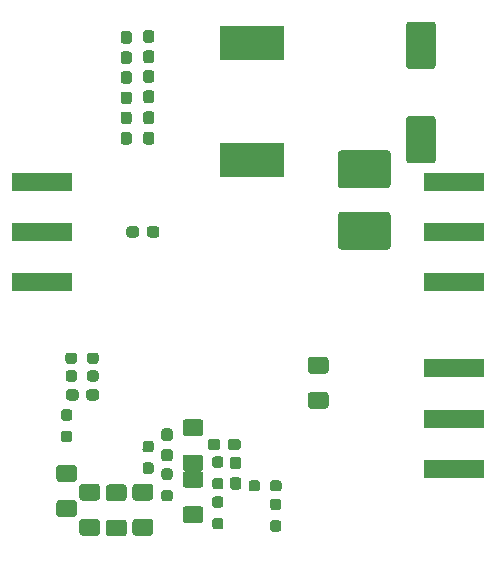
<source format=gbr>
%TF.GenerationSoftware,KiCad,Pcbnew,5.1.7-a382d34a88~89~ubuntu20.04.1*%
%TF.CreationDate,2021-11-17T19:13:42+01:00*%
%TF.ProjectId,miniWhip,6d696e69-5768-4697-902e-6b696361645f,rev?*%
%TF.SameCoordinates,Original*%
%TF.FileFunction,Paste,Top*%
%TF.FilePolarity,Positive*%
%FSLAX46Y46*%
G04 Gerber Fmt 4.6, Leading zero omitted, Abs format (unit mm)*
G04 Created by KiCad (PCBNEW 5.1.7-a382d34a88~89~ubuntu20.04.1) date 2021-11-17 19:13:42*
%MOMM*%
%LPD*%
G01*
G04 APERTURE LIST*
%ADD10R,5.400000X2.900000*%
%ADD11R,5.080000X1.500000*%
G04 APERTURE END LIST*
%TO.C,R12*%
G36*
G01*
X36558500Y-59336500D02*
X36558500Y-59811500D01*
G75*
G02*
X36321000Y-60049000I-237500J0D01*
G01*
X35821000Y-60049000D01*
G75*
G02*
X35583500Y-59811500I0J237500D01*
G01*
X35583500Y-59336500D01*
G75*
G02*
X35821000Y-59099000I237500J0D01*
G01*
X36321000Y-59099000D01*
G75*
G02*
X36558500Y-59336500I0J-237500D01*
G01*
G37*
G36*
G01*
X38383500Y-59336500D02*
X38383500Y-59811500D01*
G75*
G02*
X38146000Y-60049000I-237500J0D01*
G01*
X37646000Y-60049000D01*
G75*
G02*
X37408500Y-59811500I0J237500D01*
G01*
X37408500Y-59336500D01*
G75*
G02*
X37646000Y-59099000I237500J0D01*
G01*
X38146000Y-59099000D01*
G75*
G02*
X38383500Y-59336500I0J-237500D01*
G01*
G37*
%TD*%
%TO.C,L2*%
G36*
G01*
X58896000Y-45674000D02*
X62846000Y-45674000D01*
G75*
G02*
X63096000Y-45924000I0J-250000D01*
G01*
X63096000Y-48624000D01*
G75*
G02*
X62846000Y-48874000I-250000J0D01*
G01*
X58896000Y-48874000D01*
G75*
G02*
X58646000Y-48624000I0J250000D01*
G01*
X58646000Y-45924000D01*
G75*
G02*
X58896000Y-45674000I250000J0D01*
G01*
G37*
G36*
G01*
X58896000Y-40474000D02*
X62846000Y-40474000D01*
G75*
G02*
X63096000Y-40724000I0J-250000D01*
G01*
X63096000Y-43424000D01*
G75*
G02*
X62846000Y-43674000I-250000J0D01*
G01*
X58896000Y-43674000D01*
G75*
G02*
X58646000Y-43424000I0J250000D01*
G01*
X58646000Y-40724000D01*
G75*
G02*
X58896000Y-40474000I250000J0D01*
G01*
G37*
%TD*%
D10*
%TO.C,L1*%
X51371000Y-41274000D03*
X51371000Y-31374000D03*
%TD*%
%TO.C,D11*%
G36*
G01*
X56346000Y-60924000D02*
X57596000Y-60924000D01*
G75*
G02*
X57846000Y-61174000I0J-250000D01*
G01*
X57846000Y-62099000D01*
G75*
G02*
X57596000Y-62349000I-250000J0D01*
G01*
X56346000Y-62349000D01*
G75*
G02*
X56096000Y-62099000I0J250000D01*
G01*
X56096000Y-61174000D01*
G75*
G02*
X56346000Y-60924000I250000J0D01*
G01*
G37*
G36*
G01*
X56346000Y-57949000D02*
X57596000Y-57949000D01*
G75*
G02*
X57846000Y-58199000I0J-250000D01*
G01*
X57846000Y-59124000D01*
G75*
G02*
X57596000Y-59374000I-250000J0D01*
G01*
X56346000Y-59374000D01*
G75*
G02*
X56096000Y-59124000I0J250000D01*
G01*
X56096000Y-58199000D01*
G75*
G02*
X56346000Y-57949000I250000J0D01*
G01*
G37*
%TD*%
%TO.C,D10*%
G36*
G01*
X45746000Y-70599000D02*
X46996000Y-70599000D01*
G75*
G02*
X47246000Y-70849000I0J-250000D01*
G01*
X47246000Y-71774000D01*
G75*
G02*
X46996000Y-72024000I-250000J0D01*
G01*
X45746000Y-72024000D01*
G75*
G02*
X45496000Y-71774000I0J250000D01*
G01*
X45496000Y-70849000D01*
G75*
G02*
X45746000Y-70599000I250000J0D01*
G01*
G37*
G36*
G01*
X45746000Y-67624000D02*
X46996000Y-67624000D01*
G75*
G02*
X47246000Y-67874000I0J-250000D01*
G01*
X47246000Y-68799000D01*
G75*
G02*
X46996000Y-69049000I-250000J0D01*
G01*
X45746000Y-69049000D01*
G75*
G02*
X45496000Y-68799000I0J250000D01*
G01*
X45496000Y-67874000D01*
G75*
G02*
X45746000Y-67624000I250000J0D01*
G01*
G37*
%TD*%
%TO.C,D9*%
G36*
G01*
X45746000Y-66224000D02*
X46996000Y-66224000D01*
G75*
G02*
X47246000Y-66474000I0J-250000D01*
G01*
X47246000Y-67399000D01*
G75*
G02*
X46996000Y-67649000I-250000J0D01*
G01*
X45746000Y-67649000D01*
G75*
G02*
X45496000Y-67399000I0J250000D01*
G01*
X45496000Y-66474000D01*
G75*
G02*
X45746000Y-66224000I250000J0D01*
G01*
G37*
G36*
G01*
X45746000Y-63249000D02*
X46996000Y-63249000D01*
G75*
G02*
X47246000Y-63499000I0J-250000D01*
G01*
X47246000Y-64424000D01*
G75*
G02*
X46996000Y-64674000I-250000J0D01*
G01*
X45746000Y-64674000D01*
G75*
G02*
X45496000Y-64424000I0J250000D01*
G01*
X45496000Y-63499000D01*
G75*
G02*
X45746000Y-63249000I250000J0D01*
G01*
G37*
%TD*%
%TO.C,D8*%
G36*
G01*
X42746000Y-70124000D02*
X41496000Y-70124000D01*
G75*
G02*
X41246000Y-69874000I0J250000D01*
G01*
X41246000Y-68949000D01*
G75*
G02*
X41496000Y-68699000I250000J0D01*
G01*
X42746000Y-68699000D01*
G75*
G02*
X42996000Y-68949000I0J-250000D01*
G01*
X42996000Y-69874000D01*
G75*
G02*
X42746000Y-70124000I-250000J0D01*
G01*
G37*
G36*
G01*
X42746000Y-73099000D02*
X41496000Y-73099000D01*
G75*
G02*
X41246000Y-72849000I0J250000D01*
G01*
X41246000Y-71924000D01*
G75*
G02*
X41496000Y-71674000I250000J0D01*
G01*
X42746000Y-71674000D01*
G75*
G02*
X42996000Y-71924000I0J-250000D01*
G01*
X42996000Y-72849000D01*
G75*
G02*
X42746000Y-73099000I-250000J0D01*
G01*
G37*
%TD*%
%TO.C,D7*%
G36*
G01*
X39246000Y-71724000D02*
X40496000Y-71724000D01*
G75*
G02*
X40746000Y-71974000I0J-250000D01*
G01*
X40746000Y-72899000D01*
G75*
G02*
X40496000Y-73149000I-250000J0D01*
G01*
X39246000Y-73149000D01*
G75*
G02*
X38996000Y-72899000I0J250000D01*
G01*
X38996000Y-71974000D01*
G75*
G02*
X39246000Y-71724000I250000J0D01*
G01*
G37*
G36*
G01*
X39246000Y-68749000D02*
X40496000Y-68749000D01*
G75*
G02*
X40746000Y-68999000I0J-250000D01*
G01*
X40746000Y-69924000D01*
G75*
G02*
X40496000Y-70174000I-250000J0D01*
G01*
X39246000Y-70174000D01*
G75*
G02*
X38996000Y-69924000I0J250000D01*
G01*
X38996000Y-68999000D01*
G75*
G02*
X39246000Y-68749000I250000J0D01*
G01*
G37*
%TD*%
%TO.C,D6*%
G36*
G01*
X38246000Y-70124000D02*
X36996000Y-70124000D01*
G75*
G02*
X36746000Y-69874000I0J250000D01*
G01*
X36746000Y-68949000D01*
G75*
G02*
X36996000Y-68699000I250000J0D01*
G01*
X38246000Y-68699000D01*
G75*
G02*
X38496000Y-68949000I0J-250000D01*
G01*
X38496000Y-69874000D01*
G75*
G02*
X38246000Y-70124000I-250000J0D01*
G01*
G37*
G36*
G01*
X38246000Y-73099000D02*
X36996000Y-73099000D01*
G75*
G02*
X36746000Y-72849000I0J250000D01*
G01*
X36746000Y-71924000D01*
G75*
G02*
X36996000Y-71674000I250000J0D01*
G01*
X38246000Y-71674000D01*
G75*
G02*
X38496000Y-71924000I0J-250000D01*
G01*
X38496000Y-72849000D01*
G75*
G02*
X38246000Y-73099000I-250000J0D01*
G01*
G37*
%TD*%
%TO.C,D5*%
G36*
G01*
X36296000Y-68536500D02*
X35046000Y-68536500D01*
G75*
G02*
X34796000Y-68286500I0J250000D01*
G01*
X34796000Y-67361500D01*
G75*
G02*
X35046000Y-67111500I250000J0D01*
G01*
X36296000Y-67111500D01*
G75*
G02*
X36546000Y-67361500I0J-250000D01*
G01*
X36546000Y-68286500D01*
G75*
G02*
X36296000Y-68536500I-250000J0D01*
G01*
G37*
G36*
G01*
X36296000Y-71511500D02*
X35046000Y-71511500D01*
G75*
G02*
X34796000Y-71261500I0J250000D01*
G01*
X34796000Y-70336500D01*
G75*
G02*
X35046000Y-70086500I250000J0D01*
G01*
X36296000Y-70086500D01*
G75*
G02*
X36546000Y-70336500I0J-250000D01*
G01*
X36546000Y-71261500D01*
G75*
G02*
X36296000Y-71511500I-250000J0D01*
G01*
G37*
%TD*%
D11*
%TO.C,J6*%
X68471000Y-47374000D03*
X68471000Y-43124000D03*
X68471000Y-51624000D03*
%TD*%
%TO.C,J5*%
X33571000Y-47374000D03*
X33571000Y-51624000D03*
X33571000Y-43124000D03*
%TD*%
%TO.C,C22*%
G36*
G01*
X64671000Y-37574000D02*
X66671000Y-37574000D01*
G75*
G02*
X66921000Y-37824000I0J-250000D01*
G01*
X66921000Y-41324000D01*
G75*
G02*
X66671000Y-41574000I-250000J0D01*
G01*
X64671000Y-41574000D01*
G75*
G02*
X64421000Y-41324000I0J250000D01*
G01*
X64421000Y-37824000D01*
G75*
G02*
X64671000Y-37574000I250000J0D01*
G01*
G37*
G36*
G01*
X64671000Y-29574000D02*
X66671000Y-29574000D01*
G75*
G02*
X66921000Y-29824000I0J-250000D01*
G01*
X66921000Y-33324000D01*
G75*
G02*
X66671000Y-33574000I-250000J0D01*
G01*
X64671000Y-33574000D01*
G75*
G02*
X64421000Y-33324000I0J250000D01*
G01*
X64421000Y-29824000D01*
G75*
G02*
X64671000Y-29574000I250000J0D01*
G01*
G37*
%TD*%
%TO.C,C21*%
G36*
G01*
X42383500Y-38899000D02*
X42858500Y-38899000D01*
G75*
G02*
X43096000Y-39136500I0J-237500D01*
G01*
X43096000Y-39736500D01*
G75*
G02*
X42858500Y-39974000I-237500J0D01*
G01*
X42383500Y-39974000D01*
G75*
G02*
X42146000Y-39736500I0J237500D01*
G01*
X42146000Y-39136500D01*
G75*
G02*
X42383500Y-38899000I237500J0D01*
G01*
G37*
G36*
G01*
X42383500Y-37174000D02*
X42858500Y-37174000D01*
G75*
G02*
X43096000Y-37411500I0J-237500D01*
G01*
X43096000Y-38011500D01*
G75*
G02*
X42858500Y-38249000I-237500J0D01*
G01*
X42383500Y-38249000D01*
G75*
G02*
X42146000Y-38011500I0J237500D01*
G01*
X42146000Y-37411500D01*
G75*
G02*
X42383500Y-37174000I237500J0D01*
G01*
G37*
%TD*%
%TO.C,C20*%
G36*
G01*
X40958500Y-34836500D02*
X40483500Y-34836500D01*
G75*
G02*
X40246000Y-34599000I0J237500D01*
G01*
X40246000Y-33999000D01*
G75*
G02*
X40483500Y-33761500I237500J0D01*
G01*
X40958500Y-33761500D01*
G75*
G02*
X41196000Y-33999000I0J-237500D01*
G01*
X41196000Y-34599000D01*
G75*
G02*
X40958500Y-34836500I-237500J0D01*
G01*
G37*
G36*
G01*
X40958500Y-36561500D02*
X40483500Y-36561500D01*
G75*
G02*
X40246000Y-36324000I0J237500D01*
G01*
X40246000Y-35724000D01*
G75*
G02*
X40483500Y-35486500I237500J0D01*
G01*
X40958500Y-35486500D01*
G75*
G02*
X41196000Y-35724000I0J-237500D01*
G01*
X41196000Y-36324000D01*
G75*
G02*
X40958500Y-36561500I-237500J0D01*
G01*
G37*
%TD*%
%TO.C,C19*%
G36*
G01*
X40483500Y-38911500D02*
X40958500Y-38911500D01*
G75*
G02*
X41196000Y-39149000I0J-237500D01*
G01*
X41196000Y-39749000D01*
G75*
G02*
X40958500Y-39986500I-237500J0D01*
G01*
X40483500Y-39986500D01*
G75*
G02*
X40246000Y-39749000I0J237500D01*
G01*
X40246000Y-39149000D01*
G75*
G02*
X40483500Y-38911500I237500J0D01*
G01*
G37*
G36*
G01*
X40483500Y-37186500D02*
X40958500Y-37186500D01*
G75*
G02*
X41196000Y-37424000I0J-237500D01*
G01*
X41196000Y-38024000D01*
G75*
G02*
X40958500Y-38261500I-237500J0D01*
G01*
X40483500Y-38261500D01*
G75*
G02*
X40246000Y-38024000I0J237500D01*
G01*
X40246000Y-37424000D01*
G75*
G02*
X40483500Y-37186500I237500J0D01*
G01*
G37*
%TD*%
%TO.C,C18*%
G36*
G01*
X42858500Y-34749000D02*
X42383500Y-34749000D01*
G75*
G02*
X42146000Y-34511500I0J237500D01*
G01*
X42146000Y-33911500D01*
G75*
G02*
X42383500Y-33674000I237500J0D01*
G01*
X42858500Y-33674000D01*
G75*
G02*
X43096000Y-33911500I0J-237500D01*
G01*
X43096000Y-34511500D01*
G75*
G02*
X42858500Y-34749000I-237500J0D01*
G01*
G37*
G36*
G01*
X42858500Y-36474000D02*
X42383500Y-36474000D01*
G75*
G02*
X42146000Y-36236500I0J237500D01*
G01*
X42146000Y-35636500D01*
G75*
G02*
X42383500Y-35399000I237500J0D01*
G01*
X42858500Y-35399000D01*
G75*
G02*
X43096000Y-35636500I0J-237500D01*
G01*
X43096000Y-36236500D01*
G75*
G02*
X42858500Y-36474000I-237500J0D01*
G01*
G37*
%TD*%
%TO.C,C17*%
G36*
G01*
X42383500Y-32011500D02*
X42858500Y-32011500D01*
G75*
G02*
X43096000Y-32249000I0J-237500D01*
G01*
X43096000Y-32849000D01*
G75*
G02*
X42858500Y-33086500I-237500J0D01*
G01*
X42383500Y-33086500D01*
G75*
G02*
X42146000Y-32849000I0J237500D01*
G01*
X42146000Y-32249000D01*
G75*
G02*
X42383500Y-32011500I237500J0D01*
G01*
G37*
G36*
G01*
X42383500Y-30286500D02*
X42858500Y-30286500D01*
G75*
G02*
X43096000Y-30524000I0J-237500D01*
G01*
X43096000Y-31124000D01*
G75*
G02*
X42858500Y-31361500I-237500J0D01*
G01*
X42383500Y-31361500D01*
G75*
G02*
X42146000Y-31124000I0J237500D01*
G01*
X42146000Y-30524000D01*
G75*
G02*
X42383500Y-30286500I237500J0D01*
G01*
G37*
%TD*%
%TO.C,C16*%
G36*
G01*
X41808500Y-47136500D02*
X41808500Y-47611500D01*
G75*
G02*
X41571000Y-47849000I-237500J0D01*
G01*
X40971000Y-47849000D01*
G75*
G02*
X40733500Y-47611500I0J237500D01*
G01*
X40733500Y-47136500D01*
G75*
G02*
X40971000Y-46899000I237500J0D01*
G01*
X41571000Y-46899000D01*
G75*
G02*
X41808500Y-47136500I0J-237500D01*
G01*
G37*
G36*
G01*
X43533500Y-47136500D02*
X43533500Y-47611500D01*
G75*
G02*
X43296000Y-47849000I-237500J0D01*
G01*
X42696000Y-47849000D01*
G75*
G02*
X42458500Y-47611500I0J237500D01*
G01*
X42458500Y-47136500D01*
G75*
G02*
X42696000Y-46899000I237500J0D01*
G01*
X43296000Y-46899000D01*
G75*
G02*
X43533500Y-47136500I0J-237500D01*
G01*
G37*
%TD*%
%TO.C,C15*%
G36*
G01*
X40483500Y-32086500D02*
X40958500Y-32086500D01*
G75*
G02*
X41196000Y-32324000I0J-237500D01*
G01*
X41196000Y-32924000D01*
G75*
G02*
X40958500Y-33161500I-237500J0D01*
G01*
X40483500Y-33161500D01*
G75*
G02*
X40246000Y-32924000I0J237500D01*
G01*
X40246000Y-32324000D01*
G75*
G02*
X40483500Y-32086500I237500J0D01*
G01*
G37*
G36*
G01*
X40483500Y-30361500D02*
X40958500Y-30361500D01*
G75*
G02*
X41196000Y-30599000I0J-237500D01*
G01*
X41196000Y-31199000D01*
G75*
G02*
X40958500Y-31436500I-237500J0D01*
G01*
X40483500Y-31436500D01*
G75*
G02*
X40246000Y-31199000I0J237500D01*
G01*
X40246000Y-30599000D01*
G75*
G02*
X40483500Y-30361500I237500J0D01*
G01*
G37*
%TD*%
%TO.C,C11*%
G36*
G01*
X36683500Y-60936500D02*
X36683500Y-61411500D01*
G75*
G02*
X36446000Y-61649000I-237500J0D01*
G01*
X35846000Y-61649000D01*
G75*
G02*
X35608500Y-61411500I0J237500D01*
G01*
X35608500Y-60936500D01*
G75*
G02*
X35846000Y-60699000I237500J0D01*
G01*
X36446000Y-60699000D01*
G75*
G02*
X36683500Y-60936500I0J-237500D01*
G01*
G37*
G36*
G01*
X38408500Y-60936500D02*
X38408500Y-61411500D01*
G75*
G02*
X38171000Y-61649000I-237500J0D01*
G01*
X37571000Y-61649000D01*
G75*
G02*
X37333500Y-61411500I0J237500D01*
G01*
X37333500Y-60936500D01*
G75*
G02*
X37571000Y-60699000I237500J0D01*
G01*
X38171000Y-60699000D01*
G75*
G02*
X38408500Y-60936500I0J-237500D01*
G01*
G37*
%TD*%
%TO.C,C12*%
G36*
G01*
X44408500Y-66811500D02*
X43933500Y-66811500D01*
G75*
G02*
X43696000Y-66574000I0J237500D01*
G01*
X43696000Y-65974000D01*
G75*
G02*
X43933500Y-65736500I237500J0D01*
G01*
X44408500Y-65736500D01*
G75*
G02*
X44646000Y-65974000I0J-237500D01*
G01*
X44646000Y-66574000D01*
G75*
G02*
X44408500Y-66811500I-237500J0D01*
G01*
G37*
G36*
G01*
X44408500Y-65086500D02*
X43933500Y-65086500D01*
G75*
G02*
X43696000Y-64849000I0J237500D01*
G01*
X43696000Y-64249000D01*
G75*
G02*
X43933500Y-64011500I237500J0D01*
G01*
X44408500Y-64011500D01*
G75*
G02*
X44646000Y-64249000I0J-237500D01*
G01*
X44646000Y-64849000D01*
G75*
G02*
X44408500Y-65086500I-237500J0D01*
G01*
G37*
%TD*%
%TO.C,C13*%
G36*
G01*
X49333500Y-65611500D02*
X49333500Y-65136500D01*
G75*
G02*
X49571000Y-64899000I237500J0D01*
G01*
X50171000Y-64899000D01*
G75*
G02*
X50408500Y-65136500I0J-237500D01*
G01*
X50408500Y-65611500D01*
G75*
G02*
X50171000Y-65849000I-237500J0D01*
G01*
X49571000Y-65849000D01*
G75*
G02*
X49333500Y-65611500I0J237500D01*
G01*
G37*
G36*
G01*
X47608500Y-65611500D02*
X47608500Y-65136500D01*
G75*
G02*
X47846000Y-64899000I237500J0D01*
G01*
X48446000Y-64899000D01*
G75*
G02*
X48683500Y-65136500I0J-237500D01*
G01*
X48683500Y-65611500D01*
G75*
G02*
X48446000Y-65849000I-237500J0D01*
G01*
X47846000Y-65849000D01*
G75*
G02*
X47608500Y-65611500I0J237500D01*
G01*
G37*
%TD*%
%TO.C,C14*%
G36*
G01*
X49733500Y-66411500D02*
X50208500Y-66411500D01*
G75*
G02*
X50446000Y-66649000I0J-237500D01*
G01*
X50446000Y-67249000D01*
G75*
G02*
X50208500Y-67486500I-237500J0D01*
G01*
X49733500Y-67486500D01*
G75*
G02*
X49496000Y-67249000I0J237500D01*
G01*
X49496000Y-66649000D01*
G75*
G02*
X49733500Y-66411500I237500J0D01*
G01*
G37*
G36*
G01*
X49733500Y-68136500D02*
X50208500Y-68136500D01*
G75*
G02*
X50446000Y-68374000I0J-237500D01*
G01*
X50446000Y-68974000D01*
G75*
G02*
X50208500Y-69211500I-237500J0D01*
G01*
X49733500Y-69211500D01*
G75*
G02*
X49496000Y-68974000I0J237500D01*
G01*
X49496000Y-68374000D01*
G75*
G02*
X49733500Y-68136500I237500J0D01*
G01*
G37*
%TD*%
%TO.C,J4*%
X68471000Y-67424000D03*
X68471000Y-58924000D03*
X68471000Y-63174000D03*
%TD*%
%TO.C,R10*%
G36*
G01*
X35571000Y-58311500D02*
X35571000Y-57836500D01*
G75*
G02*
X35808500Y-57599000I237500J0D01*
G01*
X36308500Y-57599000D01*
G75*
G02*
X36546000Y-57836500I0J-237500D01*
G01*
X36546000Y-58311500D01*
G75*
G02*
X36308500Y-58549000I-237500J0D01*
G01*
X35808500Y-58549000D01*
G75*
G02*
X35571000Y-58311500I0J237500D01*
G01*
G37*
G36*
G01*
X37396000Y-58311500D02*
X37396000Y-57836500D01*
G75*
G02*
X37633500Y-57599000I237500J0D01*
G01*
X38133500Y-57599000D01*
G75*
G02*
X38371000Y-57836500I0J-237500D01*
G01*
X38371000Y-58311500D01*
G75*
G02*
X38133500Y-58549000I-237500J0D01*
G01*
X37633500Y-58549000D01*
G75*
G02*
X37396000Y-58311500I0J237500D01*
G01*
G37*
%TD*%
%TO.C,R11*%
G36*
G01*
X35433500Y-64211500D02*
X35908500Y-64211500D01*
G75*
G02*
X36146000Y-64449000I0J-237500D01*
G01*
X36146000Y-64949000D01*
G75*
G02*
X35908500Y-65186500I-237500J0D01*
G01*
X35433500Y-65186500D01*
G75*
G02*
X35196000Y-64949000I0J237500D01*
G01*
X35196000Y-64449000D01*
G75*
G02*
X35433500Y-64211500I237500J0D01*
G01*
G37*
G36*
G01*
X35433500Y-62386500D02*
X35908500Y-62386500D01*
G75*
G02*
X36146000Y-62624000I0J-237500D01*
G01*
X36146000Y-63124000D01*
G75*
G02*
X35908500Y-63361500I-237500J0D01*
G01*
X35433500Y-63361500D01*
G75*
G02*
X35196000Y-63124000I0J237500D01*
G01*
X35196000Y-62624000D01*
G75*
G02*
X35433500Y-62386500I237500J0D01*
G01*
G37*
%TD*%
%TO.C,R13*%
G36*
G01*
X42333500Y-66886500D02*
X42808500Y-66886500D01*
G75*
G02*
X43046000Y-67124000I0J-237500D01*
G01*
X43046000Y-67624000D01*
G75*
G02*
X42808500Y-67861500I-237500J0D01*
G01*
X42333500Y-67861500D01*
G75*
G02*
X42096000Y-67624000I0J237500D01*
G01*
X42096000Y-67124000D01*
G75*
G02*
X42333500Y-66886500I237500J0D01*
G01*
G37*
G36*
G01*
X42333500Y-65061500D02*
X42808500Y-65061500D01*
G75*
G02*
X43046000Y-65299000I0J-237500D01*
G01*
X43046000Y-65799000D01*
G75*
G02*
X42808500Y-66036500I-237500J0D01*
G01*
X42333500Y-66036500D01*
G75*
G02*
X42096000Y-65799000I0J237500D01*
G01*
X42096000Y-65299000D01*
G75*
G02*
X42333500Y-65061500I237500J0D01*
G01*
G37*
%TD*%
%TO.C,R14*%
G36*
G01*
X43933500Y-67386500D02*
X44408500Y-67386500D01*
G75*
G02*
X44646000Y-67624000I0J-237500D01*
G01*
X44646000Y-68124000D01*
G75*
G02*
X44408500Y-68361500I-237500J0D01*
G01*
X43933500Y-68361500D01*
G75*
G02*
X43696000Y-68124000I0J237500D01*
G01*
X43696000Y-67624000D01*
G75*
G02*
X43933500Y-67386500I237500J0D01*
G01*
G37*
G36*
G01*
X43933500Y-69211500D02*
X44408500Y-69211500D01*
G75*
G02*
X44646000Y-69449000I0J-237500D01*
G01*
X44646000Y-69949000D01*
G75*
G02*
X44408500Y-70186500I-237500J0D01*
G01*
X43933500Y-70186500D01*
G75*
G02*
X43696000Y-69949000I0J237500D01*
G01*
X43696000Y-69449000D01*
G75*
G02*
X43933500Y-69211500I237500J0D01*
G01*
G37*
%TD*%
%TO.C,R15*%
G36*
G01*
X48233500Y-69761500D02*
X48708500Y-69761500D01*
G75*
G02*
X48946000Y-69999000I0J-237500D01*
G01*
X48946000Y-70499000D01*
G75*
G02*
X48708500Y-70736500I-237500J0D01*
G01*
X48233500Y-70736500D01*
G75*
G02*
X47996000Y-70499000I0J237500D01*
G01*
X47996000Y-69999000D01*
G75*
G02*
X48233500Y-69761500I237500J0D01*
G01*
G37*
G36*
G01*
X48233500Y-71586500D02*
X48708500Y-71586500D01*
G75*
G02*
X48946000Y-71824000I0J-237500D01*
G01*
X48946000Y-72324000D01*
G75*
G02*
X48708500Y-72561500I-237500J0D01*
G01*
X48233500Y-72561500D01*
G75*
G02*
X47996000Y-72324000I0J237500D01*
G01*
X47996000Y-71824000D01*
G75*
G02*
X48233500Y-71586500I237500J0D01*
G01*
G37*
%TD*%
%TO.C,R16*%
G36*
G01*
X48233500Y-66374000D02*
X48708500Y-66374000D01*
G75*
G02*
X48946000Y-66611500I0J-237500D01*
G01*
X48946000Y-67111500D01*
G75*
G02*
X48708500Y-67349000I-237500J0D01*
G01*
X48233500Y-67349000D01*
G75*
G02*
X47996000Y-67111500I0J237500D01*
G01*
X47996000Y-66611500D01*
G75*
G02*
X48233500Y-66374000I237500J0D01*
G01*
G37*
G36*
G01*
X48233500Y-68199000D02*
X48708500Y-68199000D01*
G75*
G02*
X48946000Y-68436500I0J-237500D01*
G01*
X48946000Y-68936500D01*
G75*
G02*
X48708500Y-69174000I-237500J0D01*
G01*
X48233500Y-69174000D01*
G75*
G02*
X47996000Y-68936500I0J237500D01*
G01*
X47996000Y-68436500D01*
G75*
G02*
X48233500Y-68199000I237500J0D01*
G01*
G37*
%TD*%
%TO.C,R17*%
G36*
G01*
X51071000Y-69111500D02*
X51071000Y-68636500D01*
G75*
G02*
X51308500Y-68399000I237500J0D01*
G01*
X51808500Y-68399000D01*
G75*
G02*
X52046000Y-68636500I0J-237500D01*
G01*
X52046000Y-69111500D01*
G75*
G02*
X51808500Y-69349000I-237500J0D01*
G01*
X51308500Y-69349000D01*
G75*
G02*
X51071000Y-69111500I0J237500D01*
G01*
G37*
G36*
G01*
X52896000Y-69111500D02*
X52896000Y-68636500D01*
G75*
G02*
X53133500Y-68399000I237500J0D01*
G01*
X53633500Y-68399000D01*
G75*
G02*
X53871000Y-68636500I0J-237500D01*
G01*
X53871000Y-69111500D01*
G75*
G02*
X53633500Y-69349000I-237500J0D01*
G01*
X53133500Y-69349000D01*
G75*
G02*
X52896000Y-69111500I0J237500D01*
G01*
G37*
%TD*%
%TO.C,R18*%
G36*
G01*
X53133500Y-69961500D02*
X53608500Y-69961500D01*
G75*
G02*
X53846000Y-70199000I0J-237500D01*
G01*
X53846000Y-70699000D01*
G75*
G02*
X53608500Y-70936500I-237500J0D01*
G01*
X53133500Y-70936500D01*
G75*
G02*
X52896000Y-70699000I0J237500D01*
G01*
X52896000Y-70199000D01*
G75*
G02*
X53133500Y-69961500I237500J0D01*
G01*
G37*
G36*
G01*
X53133500Y-71786500D02*
X53608500Y-71786500D01*
G75*
G02*
X53846000Y-72024000I0J-237500D01*
G01*
X53846000Y-72524000D01*
G75*
G02*
X53608500Y-72761500I-237500J0D01*
G01*
X53133500Y-72761500D01*
G75*
G02*
X52896000Y-72524000I0J237500D01*
G01*
X52896000Y-72024000D01*
G75*
G02*
X53133500Y-71786500I237500J0D01*
G01*
G37*
%TD*%
M02*

</source>
